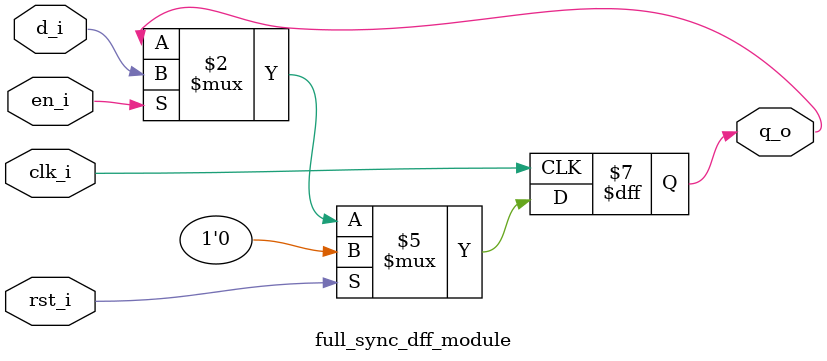
<source format=sv>
/**
  ***********************************************************************************
  * @file    full_sync_dff_module.sv
  * @author  Serhii Yatsenko [royalroad1995@gmail.com]
  * @version V1.0
  * @date    May-2020
  * @brief   Synthesizable Digital Core of the Synchronous D-trigger.
  *	     Synchronous D-trigger use synchronous reset and enable inputs, where
  *	     reset overrules the enable input.
  ***********************************************************************************
  * @license
  *
  * MIT License
  *
  * Permission is hereby granted, free of charge, to any person obtaining a copy
  * of this software and associated documentation files (the "Software"), to deal
  * in the Software without restriction, including without limitation the rights
  * to use, copy, modify, merge, publish, distribute, sublicense, and/or sell
  * copies of the Software, and to permit persons to whom the Software is
  * furnished to do so, subject to the following conditions:
  *
  * The above copyright notice and this permission notice shall be included in all
  * copies or substantial portions of the Software.
  *
  * THE SOFTWARE IS PROVIDED "AS IS", WITHOUT WARRANTY OF ANY KIND, EXPRESS OR
  * IMPLIED, INCLUDING BUT NOT LIMITED TO THE WARRANTIES OF MERCHANTABILITY,
  * FITNESS FOR A PARTICULAR PURPOSE AND NONINFRINGEMENT. IN NO EVENT SHALL THE
  * AUTHORS OR COPYRIGHT HOLDERS BE LIABLE FOR ANY CLAIM, DAMAGES OR OTHER
  * LIABILITY, WHETHER IN AN ACTION OF CONTRACT, TORT OR OTHERWISE, ARISING FROM,
  * OUT OF OR IN CONNECTION WITH THE SOFTWARE OR THE USE OR OTHER DEALINGS IN THE
  * SOFTWARE.
  *
  ***********************************************************************************
  */

module full_sync_dff_module
(
	input	logic d_i, rst_i, en_i, clk_i,
	output	logic q_o		
);
	
	always_ff @(posedge clk_i) begin
		if(rst_i)
			q_o <= 0;
		else if(en_i)
			q_o <= d_i;
	end
	
endmodule: full_sync_dff_module

</source>
